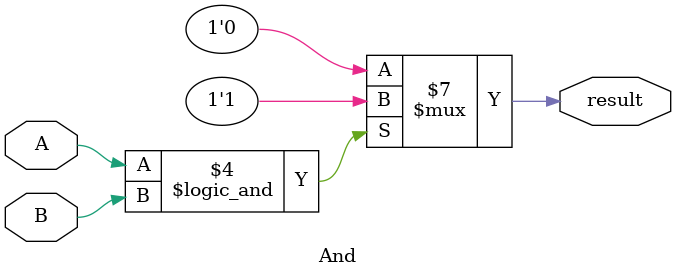
<source format=v>
`timescale 1ns / 1ps

module And(A, B, result);
	input A, B;
	output reg result;

	initial begin
		result <= 0;
	end
	
	always @(*) begin
		if (A == 1 && B == 1) begin
			result <= 1;
		end
		else begin
			result <= 0;
		end
	end
	
endmodule
</source>
